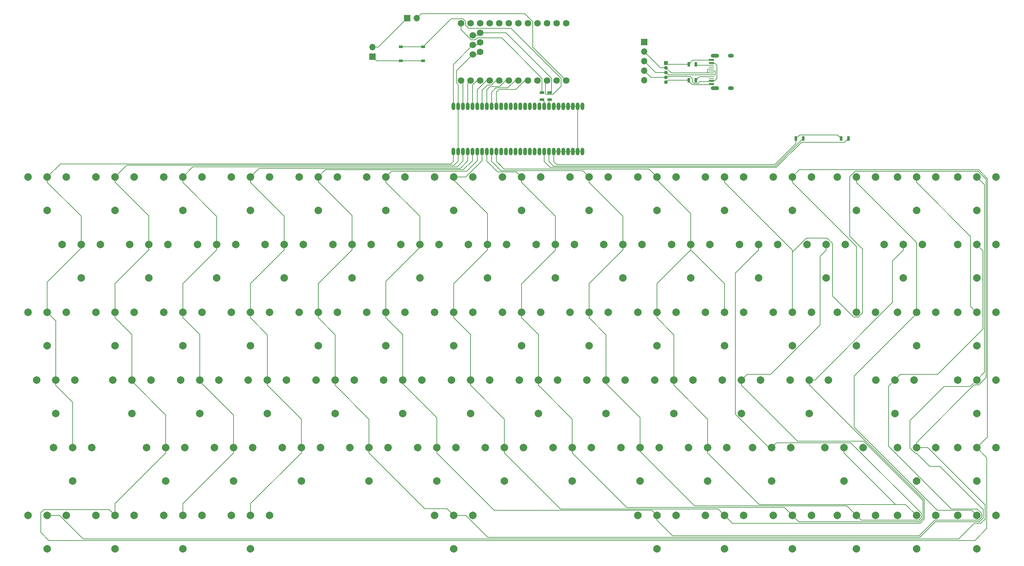
<source format=gbr>
%TF.GenerationSoftware,KiCad,Pcbnew,8.0.2*%
%TF.CreationDate,2024-05-05T23:04:00-07:00*%
%TF.ProjectId,g84_dropin,6738345f-6472-46f7-9069-6e2e6b696361,rev?*%
%TF.SameCoordinates,Original*%
%TF.FileFunction,Copper,L1,Top*%
%TF.FilePolarity,Positive*%
%FSLAX46Y46*%
G04 Gerber Fmt 4.6, Leading zero omitted, Abs format (unit mm)*
G04 Created by KiCad (PCBNEW 8.0.2) date 2024-05-05 23:04:00*
%MOMM*%
%LPD*%
G01*
G04 APERTURE LIST*
G04 Aperture macros list*
%AMRoundRect*
0 Rectangle with rounded corners*
0 $1 Rounding radius*
0 $2 $3 $4 $5 $6 $7 $8 $9 X,Y pos of 4 corners*
0 Add a 4 corners polygon primitive as box body*
4,1,4,$2,$3,$4,$5,$6,$7,$8,$9,$2,$3,0*
0 Add four circle primitives for the rounded corners*
1,1,$1+$1,$2,$3*
1,1,$1+$1,$4,$5*
1,1,$1+$1,$6,$7*
1,1,$1+$1,$8,$9*
0 Add four rect primitives between the rounded corners*
20,1,$1+$1,$2,$3,$4,$5,0*
20,1,$1+$1,$4,$5,$6,$7,0*
20,1,$1+$1,$6,$7,$8,$9,0*
20,1,$1+$1,$8,$9,$2,$3,0*%
G04 Aperture macros list end*
%TA.AperFunction,ComponentPad*%
%ADD10C,1.752600*%
%TD*%
%TA.AperFunction,ComponentPad*%
%ADD11O,1.000000X2.000000*%
%TD*%
%TA.AperFunction,ComponentPad*%
%ADD12R,1.700000X1.700000*%
%TD*%
%TA.AperFunction,ComponentPad*%
%ADD13O,1.700000X1.700000*%
%TD*%
%TA.AperFunction,SMDPad,CuDef*%
%ADD14R,1.450000X0.250000*%
%TD*%
%TA.AperFunction,SMDPad,CuDef*%
%ADD15R,1.450000X0.300000*%
%TD*%
%TA.AperFunction,ComponentPad*%
%ADD16RoundRect,0.500000X0.600000X-0.000010X0.600000X0.000010X-0.600000X0.000010X-0.600000X-0.000010X0*%
%TD*%
%TA.AperFunction,ComponentPad*%
%ADD17RoundRect,0.500000X0.300000X-0.000010X0.300000X0.000010X-0.300000X0.000010X-0.300000X-0.000010X0*%
%TD*%
%TA.AperFunction,SMDPad,CuDef*%
%ADD18R,0.700000X1.300000*%
%TD*%
%TA.AperFunction,ComponentPad*%
%ADD19C,2.000000*%
%TD*%
%TA.AperFunction,ComponentPad*%
%ADD20R,1.000000X1.000000*%
%TD*%
%TA.AperFunction,ComponentPad*%
%ADD21O,1.000000X1.000000*%
%TD*%
%TA.AperFunction,SMDPad,CuDef*%
%ADD22R,1.300000X0.700000*%
%TD*%
%TA.AperFunction,SMDPad,CuDef*%
%ADD23R,1.000000X0.750000*%
%TD*%
%TA.AperFunction,Conductor*%
%ADD24C,0.200000*%
%TD*%
G04 APERTURE END LIST*
D10*
%TO.P,U1,1,TX0/P0.06*%
%TO.N,R9*%
X200720000Y-61130000D03*
%TO.P,U1,2,RX1/P0.08*%
%TO.N,R8*%
X198180000Y-61130000D03*
%TO.P,U1,3,GND*%
%TO.N,GND*%
X195640000Y-61130000D03*
%TO.P,U1,4,GND*%
X193100000Y-61130000D03*
%TO.P,U1,5,P0.17*%
%TO.N,R7*%
X190560000Y-61130000D03*
%TO.P,U1,6,P0.20*%
%TO.N,R6*%
X188020000Y-61130000D03*
%TO.P,U1,7,P0.22*%
%TO.N,R5*%
X185480000Y-61130000D03*
%TO.P,U1,8,P0.24*%
%TO.N,R4*%
X182940000Y-61130000D03*
%TO.P,U1,9,P1.00*%
%TO.N,R3*%
X180400000Y-61130000D03*
%TO.P,U1,10,P0.11*%
%TO.N,R2*%
X177860000Y-61130000D03*
%TO.P,U1,11,P1.04*%
%TO.N,R1*%
X175320000Y-61130000D03*
%TO.P,U1,12,P1.06*%
%TO.N,NUM*%
X172780000Y-61130000D03*
%TO.P,U1,13,NFC1/P0.09*%
%TO.N,C3*%
X172780000Y-76370000D03*
%TO.P,U1,14,NFC2/P0.10*%
%TO.N,C4*%
X175320000Y-76370000D03*
%TO.P,U1,15,P1.11*%
%TO.N,C5*%
X177860000Y-76370000D03*
%TO.P,U1,16,P1.13*%
%TO.N,C6*%
X180400000Y-76370000D03*
%TO.P,U1,17,P1.15*%
%TO.N,C7*%
X182940000Y-76370000D03*
%TO.P,U1,18,AIN0/P0.02*%
%TO.N,C8*%
X185480000Y-76370000D03*
%TO.P,U1,19,AIN5/P0.29*%
%TO.N,C9*%
X188020000Y-76370000D03*
%TO.P,U1,20,AIN7/P0.31*%
%TO.N,C10*%
X190560000Y-76370000D03*
%TO.P,U1,21,VCC*%
%TO.N,unconnected-(U1-VCC-Pad21)*%
X193100000Y-76370000D03*
%TO.P,U1,22,RST*%
%TO.N,RST*%
X195640000Y-76370000D03*
%TO.P,U1,23,GND*%
%TO.N,GND*%
X198180000Y-76370000D03*
%TO.P,U1,24,BATIN/P0.04*%
%TO.N,+3.7V*%
X200720000Y-76370000D03*
%TO.P,U1,31,P1.01*%
%TO.N,CAPS*%
X177860000Y-63670000D03*
X175955000Y-64305000D03*
%TO.P,U1,32,P1.02*%
%TO.N,C1*%
X177860000Y-66210000D03*
X175955000Y-66845000D03*
%TO.P,U1,33,P1.07*%
%TO.N,C2*%
X177860000Y-68750000D03*
X175955000Y-69385000D03*
%TD*%
D11*
%TO.P,J4,1,Pin_1*%
%TO.N,C1*%
X170710000Y-83250000D03*
%TO.P,J4,2,Pin_2*%
%TO.N,C2*%
X171980000Y-83250000D03*
%TO.P,J4,3,Pin_3*%
%TO.N,C3*%
X173250000Y-83250000D03*
%TO.P,J4,4,Pin_4*%
%TO.N,C4*%
X174520000Y-83250000D03*
%TO.P,J4,5,Pin_5*%
%TO.N,C5*%
X175790000Y-83250000D03*
%TO.P,J4,6,Pin_6*%
%TO.N,C6*%
X177060000Y-83250000D03*
%TO.P,J4,7,Pin_7*%
%TO.N,C7*%
X178330000Y-83250000D03*
%TO.P,J4,8,Pin_8*%
%TO.N,C8*%
X179600000Y-83250000D03*
%TO.P,J4,9,Pin_9*%
%TO.N,C9*%
X180870000Y-83250000D03*
%TO.P,J4,10,Pin_10*%
%TO.N,C10*%
X182140000Y-83250000D03*
%TO.P,J4,11,Pin_11*%
%TO.N,R1*%
X183410000Y-83250000D03*
%TO.P,J4,12,Pin_12*%
%TO.N,R2*%
X184680000Y-83250000D03*
%TO.P,J4,13,Pin_13*%
%TO.N,R3*%
X185950000Y-83250000D03*
%TO.P,J4,14,Pin_14*%
%TO.N,R4*%
X187220000Y-83250000D03*
%TO.P,J4,15,Pin_15*%
%TO.N,R5*%
X188490000Y-83250000D03*
%TO.P,J4,16,Pin_16*%
%TO.N,R6*%
X189760000Y-83250000D03*
%TO.P,J4,17,Pin_17*%
%TO.N,R7*%
X191030000Y-83250000D03*
%TO.P,J4,18,Pin_18*%
%TO.N,R8*%
X192300000Y-83250000D03*
%TO.P,J4,19,Pin_19*%
%TO.N,R9*%
X193570000Y-83250000D03*
%TO.P,J4,20,Pin_20*%
%TO.N,Net-(J4-Pin_20)*%
X194840000Y-83250000D03*
%TO.P,J4,21,Pin_21*%
%TO.N,Net-(J4-Pin_21)*%
X196110000Y-83250000D03*
%TO.P,J4,22,Pin_22*%
%TO.N,GND*%
X197380000Y-83250000D03*
%TO.P,J4,23,Pin_23*%
X198650000Y-83250000D03*
%TO.P,J4,24,Pin_24*%
X199920000Y-83250000D03*
%TO.P,J4,25,Pin_25*%
X201190000Y-83250000D03*
%TO.P,J4,26,Pin_26*%
X202460000Y-83250000D03*
%TO.P,J4,27,Pin_27*%
X203730000Y-83250000D03*
%TO.P,J4,28,Pin_28*%
X205000000Y-83250000D03*
%TD*%
%TO.P,J5,28,Pin_28*%
%TO.N,GND*%
X205040000Y-95250000D03*
%TO.P,J5,27,Pin_27*%
X203770000Y-95250000D03*
%TO.P,J5,26,Pin_26*%
X202500000Y-95250000D03*
%TO.P,J5,25,Pin_25*%
X201230000Y-95250000D03*
%TO.P,J5,24,Pin_24*%
X199960000Y-95250000D03*
%TO.P,J5,23,Pin_23*%
X198690000Y-95250000D03*
%TO.P,J5,22,Pin_22*%
X197420000Y-95250000D03*
%TO.P,J5,21,Pin_21*%
%TO.N,Net-(J5-Pin_21)*%
X196150000Y-95250000D03*
%TO.P,J5,20,Pin_20*%
%TO.N,Net-(J5-Pin_20)*%
X194880000Y-95250000D03*
%TO.P,J5,19,Pin_19*%
%TO.N,R9*%
X193610000Y-95250000D03*
%TO.P,J5,18,Pin_18*%
%TO.N,R8*%
X192340000Y-95250000D03*
%TO.P,J5,17,Pin_17*%
%TO.N,R7*%
X191070000Y-95250000D03*
%TO.P,J5,16,Pin_16*%
%TO.N,R6*%
X189800000Y-95250000D03*
%TO.P,J5,15,Pin_15*%
%TO.N,R5*%
X188530000Y-95250000D03*
%TO.P,J5,14,Pin_14*%
%TO.N,R4*%
X187260000Y-95250000D03*
%TO.P,J5,13,Pin_13*%
%TO.N,R3*%
X185990000Y-95250000D03*
%TO.P,J5,12,Pin_12*%
%TO.N,R2*%
X184720000Y-95250000D03*
%TO.P,J5,11,Pin_11*%
%TO.N,R1*%
X183450000Y-95250000D03*
%TO.P,J5,10,Pin_10*%
%TO.N,C10*%
X182180000Y-95250000D03*
%TO.P,J5,9,Pin_9*%
%TO.N,C9*%
X180910000Y-95250000D03*
%TO.P,J5,8,Pin_8*%
%TO.N,C8*%
X179640000Y-95250000D03*
%TO.P,J5,7,Pin_7*%
%TO.N,C7*%
X178370000Y-95250000D03*
%TO.P,J5,6,Pin_6*%
%TO.N,C6*%
X177100000Y-95250000D03*
%TO.P,J5,5,Pin_5*%
%TO.N,C5*%
X175830000Y-95250000D03*
%TO.P,J5,4,Pin_4*%
%TO.N,C4*%
X174560000Y-95250000D03*
%TO.P,J5,3,Pin_3*%
%TO.N,C3*%
X173290000Y-95250000D03*
%TO.P,J5,2,Pin_2*%
%TO.N,C2*%
X172020000Y-95250000D03*
%TO.P,J5,1,Pin_1*%
%TO.N,C1*%
X170750000Y-95250000D03*
%TD*%
D12*
%TO.P,J7,1,Pin_1*%
%TO.N,Net-(J1-Pin_2)*%
X158500000Y-59750000D03*
D13*
%TO.P,J7,2,Pin_2*%
%TO.N,+3.7V*%
X161040000Y-59750000D03*
%TD*%
D14*
%TO.P,J6,A1,GND*%
%TO.N,GND*%
X239360000Y-77455000D03*
%TO.P,J6,A4,VBUS*%
%TO.N,VBUS*%
X239360000Y-76655000D03*
%TO.P,J6,A5,CC1*%
%TO.N,Net-(J6-CC1)*%
X239360000Y-75330000D03*
%TO.P,J6,A6,D+*%
%TO.N,D+*%
X239360000Y-74330000D03*
%TO.P,J6,A7,D-*%
%TO.N,D-*%
X239360000Y-73830000D03*
%TO.P,J6,A8*%
%TO.N,N/C*%
X239360000Y-72830000D03*
%TO.P,J6,A9,VBUS*%
%TO.N,VBUS*%
X239360000Y-71505000D03*
%TO.P,J6,A12,GND*%
%TO.N,GND*%
X239360000Y-70705000D03*
D15*
%TO.P,J6,B1,GND*%
X239360000Y-70980000D03*
%TO.P,J6,B4,VBUS*%
%TO.N,VBUS*%
X239360000Y-71780000D03*
D14*
%TO.P,J6,B5,CC2*%
%TO.N,Net-(J6-CC2)*%
X239360000Y-72330000D03*
%TO.P,J6,B6,D+*%
%TO.N,D+*%
X239360000Y-73330000D03*
%TO.P,J6,B7,D-*%
%TO.N,D-*%
X239360000Y-74830000D03*
%TO.P,J6,B8*%
%TO.N,N/C*%
X239360000Y-75830000D03*
D15*
%TO.P,J6,B9,VBUS*%
%TO.N,VBUS*%
X239360000Y-76380000D03*
%TO.P,J6,B12,GND*%
%TO.N,GND*%
X239360000Y-77180000D03*
D16*
%TO.P,J6,S1,SHIELD*%
%TO.N,unconnected-(J6-SHIELD-PadS1)_0*%
X240280000Y-69760000D03*
D17*
%TO.N,unconnected-(J6-SHIELD-PadS1)_2*%
X244460000Y-78400000D03*
D16*
%TO.N,unconnected-(J6-SHIELD-PadS1)_1*%
X240280000Y-78400000D03*
D17*
%TO.N,unconnected-(J6-SHIELD-PadS1)*%
X244460000Y-69760000D03*
%TD*%
D18*
%TO.P,R4,2*%
%TO.N,GND*%
X233300000Y-72000000D03*
%TO.P,R4,1*%
%TO.N,Net-(J6-CC2)*%
X235200000Y-72000000D03*
%TD*%
%TO.P,R3,2*%
%TO.N,GND*%
X233300000Y-76250000D03*
%TO.P,R3,1*%
%TO.N,Net-(J6-CC1)*%
X235200000Y-76250000D03*
%TD*%
D19*
%TO.P,SW38,1*%
%TO.N,C8*%
X193330000Y-156000000D03*
%TO.P,SW38,2*%
%TO.N,Net-(D38-A)*%
X193330000Y-164890000D03*
%TO.P,SW38,3*%
%TO.N,unconnected-(SW38-Pad3)*%
X188250000Y-156000000D03*
%TO.P,SW38,4*%
%TO.N,unconnected-(SW38-Pad4)*%
X198410000Y-156000000D03*
%TD*%
%TO.P,SW71,1*%
%TO.N,C1*%
X260830000Y-138000000D03*
%TO.P,SW71,2*%
%TO.N,Net-(D71-A)*%
X260830000Y-146890000D03*
%TO.P,SW71,3*%
%TO.N,unconnected-(SW71-Pad3)*%
X255750000Y-138000000D03*
%TO.P,SW71,4*%
%TO.N,unconnected-(SW71-Pad4)*%
X265910000Y-138000000D03*
%TD*%
%TO.P,SW34,1*%
%TO.N,C4*%
X121330000Y-156000000D03*
%TO.P,SW34,2*%
%TO.N,Net-(D34-A)*%
X121330000Y-164890000D03*
%TO.P,SW34,3*%
%TO.N,unconnected-(SW34-Pad3)*%
X116250000Y-156000000D03*
%TO.P,SW34,4*%
%TO.N,unconnected-(SW34-Pad4)*%
X126410000Y-156000000D03*
%TD*%
%TO.P,SW66,1*%
%TO.N,C6*%
X309830000Y-120000000D03*
%TO.P,SW66,2*%
%TO.N,Net-(D66-A)*%
X309830000Y-128890000D03*
%TO.P,SW66,3*%
%TO.N,unconnected-(SW66-Pad3)*%
X304750000Y-120000000D03*
%TO.P,SW66,4*%
%TO.N,unconnected-(SW66-Pad4)*%
X314910000Y-120000000D03*
%TD*%
%TO.P,SW2,1*%
%TO.N,C2*%
X80830000Y-102000000D03*
%TO.P,SW2,2*%
%TO.N,Net-(D2-A)*%
X80830000Y-110890000D03*
%TO.P,SW2,3*%
%TO.N,unconnected-(SW2-Pad3)*%
X75750000Y-102000000D03*
%TO.P,SW2,4*%
%TO.N,unconnected-(SW2-Pad4)*%
X85910000Y-102000000D03*
%TD*%
%TO.P,SW20,1*%
%TO.N,C10*%
X233830000Y-120000000D03*
%TO.P,SW20,2*%
%TO.N,Net-(D20-A)*%
X233830000Y-128890000D03*
%TO.P,SW20,3*%
%TO.N,unconnected-(SW20-Pad3)*%
X228750000Y-120000000D03*
%TO.P,SW20,4*%
%TO.N,unconnected-(SW20-Pad4)*%
X238910000Y-120000000D03*
%TD*%
%TO.P,SW74,1*%
%TO.N,C4*%
X309830000Y-138000000D03*
%TO.P,SW74,2*%
%TO.N,Net-(D74-A)*%
X309830000Y-146890000D03*
%TO.P,SW74,3*%
%TO.N,unconnected-(SW74-Pad3)*%
X304750000Y-138000000D03*
%TO.P,SW74,4*%
%TO.N,unconnected-(SW74-Pad4)*%
X314910000Y-138000000D03*
%TD*%
%TO.P,SW48,1*%
%TO.N,C8*%
X202330000Y-174000000D03*
%TO.P,SW48,2*%
%TO.N,Net-(D48-A)*%
X202330000Y-182890000D03*
%TO.P,SW48,3*%
%TO.N,unconnected-(SW48-Pad3)*%
X197250000Y-174000000D03*
%TO.P,SW48,4*%
%TO.N,unconnected-(SW48-Pad4)*%
X207410000Y-174000000D03*
%TD*%
%TO.P,SW10,1*%
%TO.N,C10*%
X224830000Y-102000000D03*
%TO.P,SW10,2*%
%TO.N,Net-(D10-A)*%
X224830000Y-110890000D03*
%TO.P,SW10,3*%
%TO.N,unconnected-(SW10-Pad3)*%
X219750000Y-102000000D03*
%TO.P,SW10,4*%
%TO.N,unconnected-(SW10-Pad4)*%
X229910000Y-102000000D03*
%TD*%
%TO.P,SW25,1*%
%TO.N,C5*%
X134830000Y-138000000D03*
%TO.P,SW25,2*%
%TO.N,Net-(D25-A)*%
X134830000Y-146890000D03*
%TO.P,SW25,3*%
%TO.N,unconnected-(SW25-Pad3)*%
X129750000Y-138000000D03*
%TO.P,SW25,4*%
%TO.N,unconnected-(SW25-Pad4)*%
X139910000Y-138000000D03*
%TD*%
%TO.P,SW50,1*%
%TO.N,C10*%
X238330000Y-174000000D03*
%TO.P,SW50,2*%
%TO.N,Net-(D50-A)*%
X238330000Y-182890000D03*
%TO.P,SW50,3*%
%TO.N,unconnected-(SW50-Pad3)*%
X233250000Y-174000000D03*
%TO.P,SW50,4*%
%TO.N,unconnected-(SW50-Pad4)*%
X243410000Y-174000000D03*
%TD*%
%TO.P,SW82,1*%
%TO.N,C2*%
X309830000Y-174000000D03*
%TO.P,SW82,2*%
%TO.N,Net-(D82-A)*%
X309830000Y-182890000D03*
%TO.P,SW82,3*%
%TO.N,unconnected-(SW82-Pad3)*%
X304750000Y-174000000D03*
%TO.P,SW82,4*%
%TO.N,unconnected-(SW82-Pad4)*%
X314910000Y-174000000D03*
%TD*%
%TO.P,SW26,1*%
%TO.N,C6*%
X152830000Y-138000000D03*
%TO.P,SW26,2*%
%TO.N,Net-(D26-A)*%
X152830000Y-146890000D03*
%TO.P,SW26,3*%
%TO.N,unconnected-(SW26-Pad3)*%
X147750000Y-138000000D03*
%TO.P,SW26,4*%
%TO.N,unconnected-(SW26-Pad4)*%
X157910000Y-138000000D03*
%TD*%
%TO.P,SW15,1*%
%TO.N,C5*%
X143830000Y-120000000D03*
%TO.P,SW15,2*%
%TO.N,Net-(D15-A)*%
X143830000Y-128890000D03*
%TO.P,SW15,3*%
%TO.N,unconnected-(SW15-Pad3)*%
X138750000Y-120000000D03*
%TO.P,SW15,4*%
%TO.N,unconnected-(SW15-Pad4)*%
X148910000Y-120000000D03*
%TD*%
%TO.P,SW9,1*%
%TO.N,C9*%
X206830000Y-102000000D03*
%TO.P,SW9,2*%
%TO.N,Net-(D9-A)*%
X206830000Y-110890000D03*
%TO.P,SW9,3*%
%TO.N,unconnected-(SW9-Pad3)*%
X201750000Y-102000000D03*
%TO.P,SW9,4*%
%TO.N,unconnected-(SW9-Pad4)*%
X211910000Y-102000000D03*
%TD*%
%TO.P,SW81,1*%
%TO.N,C1*%
X293830000Y-174000000D03*
%TO.P,SW81,2*%
%TO.N,Net-(D81-A)*%
X293830000Y-182890000D03*
%TO.P,SW81,3*%
%TO.N,unconnected-(SW81-Pad3)*%
X288750000Y-174000000D03*
%TO.P,SW81,4*%
%TO.N,unconnected-(SW81-Pad4)*%
X298910000Y-174000000D03*
%TD*%
%TO.P,SW52,1*%
%TO.N,C2*%
X80830000Y-192000000D03*
%TO.P,SW52,2*%
%TO.N,Net-(D52-A)*%
X80830000Y-200890000D03*
%TO.P,SW52,3*%
%TO.N,unconnected-(SW52-Pad3)*%
X75750000Y-192000000D03*
%TO.P,SW52,4*%
%TO.N,unconnected-(SW52-Pad4)*%
X85910000Y-192000000D03*
%TD*%
%TO.P,SW3,1*%
%TO.N,C3*%
X98830000Y-102000000D03*
%TO.P,SW3,2*%
%TO.N,Net-(D3-A)*%
X98830000Y-110890000D03*
%TO.P,SW3,3*%
%TO.N,unconnected-(SW3-Pad3)*%
X93750000Y-102000000D03*
%TO.P,SW3,4*%
%TO.N,unconnected-(SW3-Pad4)*%
X103910000Y-102000000D03*
%TD*%
%TO.P,SW32,1*%
%TO.N,C2*%
X85330000Y-156000000D03*
%TO.P,SW32,2*%
%TO.N,Net-(D32-A)*%
X85330000Y-164890000D03*
%TO.P,SW32,3*%
%TO.N,unconnected-(SW32-Pad3)*%
X80250000Y-156000000D03*
%TO.P,SW32,4*%
%TO.N,unconnected-(SW32-Pad4)*%
X90410000Y-156000000D03*
%TD*%
%TO.P,SW36,1*%
%TO.N,C6*%
X157330000Y-156000000D03*
%TO.P,SW36,2*%
%TO.N,Net-(D36-A)*%
X157330000Y-164890000D03*
%TO.P,SW36,3*%
%TO.N,unconnected-(SW36-Pad3)*%
X152250000Y-156000000D03*
%TO.P,SW36,4*%
%TO.N,unconnected-(SW36-Pad4)*%
X162410000Y-156000000D03*
%TD*%
%TO.P,SW80,1*%
%TO.N,C10*%
X274580000Y-174000000D03*
%TO.P,SW80,2*%
%TO.N,Net-(D80-A)*%
X274580000Y-182890000D03*
%TO.P,SW80,3*%
%TO.N,unconnected-(SW80-Pad3)*%
X269500000Y-174000000D03*
%TO.P,SW80,4*%
%TO.N,unconnected-(SW80-Pad4)*%
X279660000Y-174000000D03*
%TD*%
%TO.P,SW68,1*%
%TO.N,C8*%
X269830000Y-120000000D03*
%TO.P,SW68,2*%
%TO.N,Net-(D68-A)*%
X269830000Y-128890000D03*
%TO.P,SW68,3*%
%TO.N,unconnected-(SW68-Pad3)*%
X264750000Y-120000000D03*
%TO.P,SW68,4*%
%TO.N,unconnected-(SW68-Pad4)*%
X274910000Y-120000000D03*
%TD*%
%TO.P,SW69,1*%
%TO.N,C9*%
X251830000Y-120000000D03*
%TO.P,SW69,2*%
%TO.N,Net-(D69-A)*%
X251830000Y-128890000D03*
%TO.P,SW69,3*%
%TO.N,unconnected-(SW69-Pad3)*%
X246750000Y-120000000D03*
%TO.P,SW69,4*%
%TO.N,unconnected-(SW69-Pad4)*%
X256910000Y-120000000D03*
%TD*%
%TO.P,SW40,1*%
%TO.N,C10*%
X229330000Y-156000000D03*
%TO.P,SW40,2*%
%TO.N,Net-(D40-A)*%
X229330000Y-164890000D03*
%TO.P,SW40,3*%
%TO.N,unconnected-(SW40-Pad3)*%
X224250000Y-156000000D03*
%TO.P,SW40,4*%
%TO.N,unconnected-(SW40-Pad4)*%
X234410000Y-156000000D03*
%TD*%
%TO.P,SW79,1*%
%TO.N,C9*%
X255330000Y-174000000D03*
%TO.P,SW79,2*%
%TO.N,Net-(D79-A)*%
X255330000Y-182890000D03*
%TO.P,SW79,3*%
%TO.N,unconnected-(SW79-Pad3)*%
X250250000Y-174000000D03*
%TO.P,SW79,4*%
%TO.N,unconnected-(SW79-Pad4)*%
X260410000Y-174000000D03*
%TD*%
%TO.P,SW23,1*%
%TO.N,C3*%
X98830000Y-138000000D03*
%TO.P,SW23,2*%
%TO.N,Net-(D23-A)*%
X98830000Y-146890000D03*
%TO.P,SW23,3*%
%TO.N,unconnected-(SW23-Pad3)*%
X93750000Y-138000000D03*
%TO.P,SW23,4*%
%TO.N,unconnected-(SW23-Pad4)*%
X103910000Y-138000000D03*
%TD*%
D18*
%TO.P,LED1,2,A*%
%TO.N,Net-(J5-Pin_21)*%
X263700000Y-91750000D03*
%TO.P,LED1,1,K*%
%TO.N,GND*%
X261800000Y-91750000D03*
%TD*%
D19*
%TO.P,SW60,1*%
%TO.N,C10*%
X293830000Y-192000000D03*
%TO.P,SW60,2*%
%TO.N,Net-(D60-A)*%
X293830000Y-200890000D03*
%TO.P,SW60,3*%
%TO.N,unconnected-(SW60-Pad3)*%
X288750000Y-192000000D03*
%TO.P,SW60,4*%
%TO.N,unconnected-(SW60-Pad4)*%
X298910000Y-192000000D03*
%TD*%
%TO.P,SW22,1*%
%TO.N,C2*%
X80830000Y-138000000D03*
%TO.P,SW22,2*%
%TO.N,Net-(D22-A)*%
X80830000Y-146890000D03*
%TO.P,SW22,3*%
%TO.N,unconnected-(SW22-Pad3)*%
X75750000Y-138000000D03*
%TO.P,SW22,4*%
%TO.N,unconnected-(SW22-Pad4)*%
X85910000Y-138000000D03*
%TD*%
%TO.P,SW1,1*%
%TO.N,C1*%
X62830000Y-102000000D03*
%TO.P,SW1,2*%
%TO.N,Net-(D1-A)*%
X62830000Y-110890000D03*
%TO.P,SW1,3*%
%TO.N,unconnected-(SW1-Pad3)*%
X57750000Y-102000000D03*
%TO.P,SW1,4*%
%TO.N,unconnected-(SW1-Pad4)*%
X67910000Y-102000000D03*
%TD*%
%TO.P,SW55,1*%
%TO.N,C5*%
X170830000Y-192000000D03*
%TO.P,SW55,2*%
%TO.N,Net-(D55-A)*%
X170830000Y-200890000D03*
%TO.P,SW55,3*%
%TO.N,unconnected-(SW55-Pad3)*%
X165750000Y-192000000D03*
%TO.P,SW55,4*%
%TO.N,unconnected-(SW55-Pad4)*%
X175910000Y-192000000D03*
%TD*%
%TO.P,SW21,1*%
%TO.N,C1*%
X62830000Y-138000000D03*
%TO.P,SW21,2*%
%TO.N,Net-(D21-A)*%
X62830000Y-146890000D03*
%TO.P,SW21,3*%
%TO.N,unconnected-(SW21-Pad3)*%
X57750000Y-138000000D03*
%TO.P,SW21,4*%
%TO.N,unconnected-(SW21-Pad4)*%
X67910000Y-138000000D03*
%TD*%
%TO.P,SW6,1*%
%TO.N,C6*%
X152830000Y-102000000D03*
%TO.P,SW6,2*%
%TO.N,Net-(D6-A)*%
X152830000Y-110890000D03*
%TO.P,SW6,3*%
%TO.N,unconnected-(SW6-Pad3)*%
X147750000Y-102000000D03*
%TO.P,SW6,4*%
%TO.N,unconnected-(SW6-Pad4)*%
X157910000Y-102000000D03*
%TD*%
%TO.P,SW54,1*%
%TO.N,C4*%
X116830000Y-192000000D03*
%TO.P,SW54,2*%
%TO.N,Net-(D54-A)*%
X116830000Y-200890000D03*
%TO.P,SW54,3*%
%TO.N,unconnected-(SW54-Pad3)*%
X111750000Y-192000000D03*
%TO.P,SW54,4*%
%TO.N,unconnected-(SW54-Pad4)*%
X121910000Y-192000000D03*
%TD*%
%TO.P,SW63,1*%
%TO.N,C3*%
X277830000Y-102000000D03*
%TO.P,SW63,2*%
%TO.N,Net-(D63-A)*%
X277830000Y-110890000D03*
%TO.P,SW63,3*%
%TO.N,unconnected-(SW63-Pad3)*%
X272750000Y-102000000D03*
%TO.P,SW63,4*%
%TO.N,unconnected-(SW63-Pad4)*%
X282910000Y-102000000D03*
%TD*%
%TO.P,SW39,1*%
%TO.N,C9*%
X211330000Y-156000000D03*
%TO.P,SW39,2*%
%TO.N,Net-(D39-A)*%
X211330000Y-164890000D03*
%TO.P,SW39,3*%
%TO.N,unconnected-(SW39-Pad3)*%
X206250000Y-156000000D03*
%TO.P,SW39,4*%
%TO.N,unconnected-(SW39-Pad4)*%
X216410000Y-156000000D03*
%TD*%
%TO.P,SW4,1*%
%TO.N,C4*%
X116830000Y-102000000D03*
%TO.P,SW4,2*%
%TO.N,Net-(D4-A)*%
X116830000Y-110890000D03*
%TO.P,SW4,3*%
%TO.N,unconnected-(SW4-Pad3)*%
X111750000Y-102000000D03*
%TO.P,SW4,4*%
%TO.N,unconnected-(SW4-Pad4)*%
X121910000Y-102000000D03*
%TD*%
%TO.P,SW8,1*%
%TO.N,C8*%
X188830000Y-102000000D03*
%TO.P,SW8,2*%
%TO.N,Net-(D8-A)*%
X188830000Y-110890000D03*
%TO.P,SW8,3*%
%TO.N,unconnected-(SW8-Pad3)*%
X183750000Y-102000000D03*
%TO.P,SW8,4*%
%TO.N,unconnected-(SW8-Pad4)*%
X193910000Y-102000000D03*
%TD*%
%TO.P,SW7,1*%
%TO.N,C7*%
X170830000Y-102000000D03*
%TO.P,SW7,2*%
%TO.N,Net-(D7-A)*%
X170830000Y-110890000D03*
%TO.P,SW7,3*%
%TO.N,unconnected-(SW7-Pad3)*%
X165750000Y-102000000D03*
%TO.P,SW7,4*%
%TO.N,unconnected-(SW7-Pad4)*%
X175910000Y-102000000D03*
%TD*%
%TO.P,SW37,1*%
%TO.N,C7*%
X175330000Y-156000000D03*
%TO.P,SW37,2*%
%TO.N,Net-(D37-A)*%
X175330000Y-164890000D03*
%TO.P,SW37,3*%
%TO.N,unconnected-(SW37-Pad3)*%
X170250000Y-156000000D03*
%TO.P,SW37,4*%
%TO.N,unconnected-(SW37-Pad4)*%
X180410000Y-156000000D03*
%TD*%
%TO.P,SW45,1*%
%TO.N,C5*%
X148330000Y-174000000D03*
%TO.P,SW45,2*%
%TO.N,Net-(D45-A)*%
X148330000Y-182890000D03*
%TO.P,SW45,3*%
%TO.N,unconnected-(SW45-Pad3)*%
X143250000Y-174000000D03*
%TO.P,SW45,4*%
%TO.N,unconnected-(SW45-Pad4)*%
X153410000Y-174000000D03*
%TD*%
%TO.P,SW12,1*%
%TO.N,C2*%
X89830000Y-120000000D03*
%TO.P,SW12,2*%
%TO.N,Net-(D12-A)*%
X89830000Y-128890000D03*
%TO.P,SW12,3*%
%TO.N,unconnected-(SW12-Pad3)*%
X84750000Y-120000000D03*
%TO.P,SW12,4*%
%TO.N,unconnected-(SW12-Pad4)*%
X94910000Y-120000000D03*
%TD*%
%TO.P,SW51,1*%
%TO.N,C1*%
X62830000Y-192000000D03*
%TO.P,SW51,2*%
%TO.N,Net-(D51-A)*%
X62830000Y-200890000D03*
%TO.P,SW51,3*%
%TO.N,unconnected-(SW51-Pad3)*%
X57750000Y-192000000D03*
%TO.P,SW51,4*%
%TO.N,unconnected-(SW51-Pad4)*%
X67910000Y-192000000D03*
%TD*%
%TO.P,SW77,1*%
%TO.N,C7*%
X265330000Y-156000000D03*
%TO.P,SW77,2*%
%TO.N,Net-(D77-A)*%
X265330000Y-164890000D03*
%TO.P,SW77,3*%
%TO.N,unconnected-(SW77-Pad3)*%
X260250000Y-156000000D03*
%TO.P,SW77,4*%
%TO.N,unconnected-(SW77-Pad4)*%
X270410000Y-156000000D03*
%TD*%
%TO.P,SW78,1*%
%TO.N,C8*%
X247330000Y-156000000D03*
%TO.P,SW78,2*%
%TO.N,Net-(D78-A)*%
X247330000Y-164890000D03*
%TO.P,SW78,3*%
%TO.N,unconnected-(SW78-Pad3)*%
X242250000Y-156000000D03*
%TO.P,SW78,4*%
%TO.N,unconnected-(SW78-Pad4)*%
X252410000Y-156000000D03*
%TD*%
%TO.P,SW76,1*%
%TO.N,C6*%
X288080000Y-156000000D03*
%TO.P,SW76,2*%
%TO.N,Net-(D76-A)*%
X288080000Y-164890000D03*
%TO.P,SW76,3*%
%TO.N,unconnected-(SW76-Pad3)*%
X283000000Y-156000000D03*
%TO.P,SW76,4*%
%TO.N,unconnected-(SW76-Pad4)*%
X293160000Y-156000000D03*
%TD*%
%TO.P,SW70,1*%
%TO.N,C10*%
X242830000Y-138000000D03*
%TO.P,SW70,2*%
%TO.N,Net-(D70-A)*%
X242830000Y-146890000D03*
%TO.P,SW70,3*%
%TO.N,unconnected-(SW70-Pad3)*%
X237750000Y-138000000D03*
%TO.P,SW70,4*%
%TO.N,unconnected-(SW70-Pad4)*%
X247910000Y-138000000D03*
%TD*%
%TO.P,SW14,1*%
%TO.N,C4*%
X125830000Y-120000000D03*
%TO.P,SW14,2*%
%TO.N,Net-(D14-A)*%
X125830000Y-128890000D03*
%TO.P,SW14,3*%
%TO.N,unconnected-(SW14-Pad3)*%
X120750000Y-120000000D03*
%TO.P,SW14,4*%
%TO.N,unconnected-(SW14-Pad4)*%
X130910000Y-120000000D03*
%TD*%
%TO.P,SW35,1*%
%TO.N,C5*%
X139330000Y-156000000D03*
%TO.P,SW35,2*%
%TO.N,Net-(D35-A)*%
X139330000Y-164890000D03*
%TO.P,SW35,3*%
%TO.N,unconnected-(SW35-Pad3)*%
X134250000Y-156000000D03*
%TO.P,SW35,4*%
%TO.N,unconnected-(SW35-Pad4)*%
X144410000Y-156000000D03*
%TD*%
%TO.P,SW18,1*%
%TO.N,C8*%
X197830000Y-120000000D03*
%TO.P,SW18,2*%
%TO.N,Net-(D18-A)*%
X197830000Y-128890000D03*
%TO.P,SW18,3*%
%TO.N,unconnected-(SW18-Pad3)*%
X192750000Y-120000000D03*
%TO.P,SW18,4*%
%TO.N,unconnected-(SW18-Pad4)*%
X202910000Y-120000000D03*
%TD*%
D18*
%TO.P,LED2,1,K*%
%TO.N,GND*%
X273800000Y-91750000D03*
%TO.P,LED2,2,A*%
%TO.N,Net-(J5-Pin_20)*%
X275700000Y-91750000D03*
%TD*%
D19*
%TO.P,SW29,1*%
%TO.N,C9*%
X206830000Y-138000000D03*
%TO.P,SW29,2*%
%TO.N,Net-(D29-A)*%
X206830000Y-146890000D03*
%TO.P,SW29,3*%
%TO.N,unconnected-(SW29-Pad3)*%
X201750000Y-138000000D03*
%TO.P,SW29,4*%
%TO.N,unconnected-(SW29-Pad4)*%
X211910000Y-138000000D03*
%TD*%
%TO.P,SW65,1*%
%TO.N,C5*%
X309830000Y-102000000D03*
%TO.P,SW65,2*%
%TO.N,Net-(D65-A)*%
X309830000Y-110890000D03*
%TO.P,SW65,3*%
%TO.N,unconnected-(SW65-Pad3)*%
X304750000Y-102000000D03*
%TO.P,SW65,4*%
%TO.N,unconnected-(SW65-Pad4)*%
X314910000Y-102000000D03*
%TD*%
%TO.P,SW16,1*%
%TO.N,C6*%
X161830000Y-120000000D03*
%TO.P,SW16,2*%
%TO.N,Net-(D16-A)*%
X161830000Y-128890000D03*
%TO.P,SW16,3*%
%TO.N,unconnected-(SW16-Pad3)*%
X156750000Y-120000000D03*
%TO.P,SW16,4*%
%TO.N,unconnected-(SW16-Pad4)*%
X166910000Y-120000000D03*
%TD*%
D12*
%TO.P,J3,1,Pin_1*%
%TO.N,GND*%
X221500000Y-66130000D03*
D13*
%TO.P,J3,2,Pin_2*%
%TO.N,D+*%
X221500000Y-68670000D03*
%TO.P,J3,3,Pin_3*%
%TO.N,D-*%
X221500000Y-71210000D03*
%TO.P,J3,4,Pin_4*%
%TO.N,VBUS*%
X221500000Y-73750000D03*
%TO.P,J3,5,Pin_5*%
%TO.N,GND*%
X221500000Y-76290000D03*
%TD*%
D19*
%TO.P,SW41,1*%
%TO.N,C1*%
X69580000Y-174000000D03*
%TO.P,SW41,2*%
%TO.N,Net-(D41-A)*%
X69580000Y-182890000D03*
%TO.P,SW41,3*%
%TO.N,unconnected-(SW41-Pad3)*%
X64500000Y-174000000D03*
%TO.P,SW41,4*%
%TO.N,unconnected-(SW41-Pad4)*%
X74660000Y-174000000D03*
%TD*%
%TO.P,SW53,1*%
%TO.N,C3*%
X98830000Y-192000000D03*
%TO.P,SW53,2*%
%TO.N,Net-(D53-A)*%
X98830000Y-200890000D03*
%TO.P,SW53,3*%
%TO.N,unconnected-(SW53-Pad3)*%
X93750000Y-192000000D03*
%TO.P,SW53,4*%
%TO.N,unconnected-(SW53-Pad4)*%
X103910000Y-192000000D03*
%TD*%
%TO.P,SW72,1*%
%TO.N,C2*%
X277830000Y-138000000D03*
%TO.P,SW72,2*%
%TO.N,Net-(D72-A)*%
X277830000Y-146890000D03*
%TO.P,SW72,3*%
%TO.N,unconnected-(SW72-Pad3)*%
X272750000Y-138000000D03*
%TO.P,SW72,4*%
%TO.N,unconnected-(SW72-Pad4)*%
X282910000Y-138000000D03*
%TD*%
%TO.P,SW47,1*%
%TO.N,C7*%
X184330000Y-174000000D03*
%TO.P,SW47,2*%
%TO.N,Net-(D47-A)*%
X184330000Y-182890000D03*
%TO.P,SW47,3*%
%TO.N,unconnected-(SW47-Pad3)*%
X179250000Y-174000000D03*
%TO.P,SW47,4*%
%TO.N,unconnected-(SW47-Pad4)*%
X189410000Y-174000000D03*
%TD*%
%TO.P,SW75,1*%
%TO.N,C5*%
X309830000Y-156000000D03*
%TO.P,SW75,2*%
%TO.N,Net-(D75-A)*%
X309830000Y-164890000D03*
%TO.P,SW75,3*%
%TO.N,unconnected-(SW75-Pad3)*%
X304750000Y-156000000D03*
%TO.P,SW75,4*%
%TO.N,unconnected-(SW75-Pad4)*%
X314910000Y-156000000D03*
%TD*%
%TO.P,SW83,1*%
%TO.N,C3*%
X309830000Y-192000000D03*
%TO.P,SW83,2*%
%TO.N,Net-(D83-A)*%
X309830000Y-200890000D03*
%TO.P,SW83,3*%
%TO.N,unconnected-(SW83-Pad3)*%
X304750000Y-192000000D03*
%TO.P,SW83,4*%
%TO.N,unconnected-(SW83-Pad4)*%
X314910000Y-192000000D03*
%TD*%
%TO.P,SW31,1*%
%TO.N,C1*%
X65080000Y-156000000D03*
%TO.P,SW31,2*%
%TO.N,Net-(D31-A)*%
X65080000Y-164890000D03*
%TO.P,SW31,3*%
%TO.N,unconnected-(SW31-Pad3)*%
X60000000Y-156000000D03*
%TO.P,SW31,4*%
%TO.N,unconnected-(SW31-Pad4)*%
X70160000Y-156000000D03*
%TD*%
%TO.P,SW43,1*%
%TO.N,C3*%
X112330000Y-174000000D03*
%TO.P,SW43,2*%
%TO.N,Net-(D43-A)*%
X112330000Y-182890000D03*
%TO.P,SW43,3*%
%TO.N,unconnected-(SW43-Pad3)*%
X107250000Y-174000000D03*
%TO.P,SW43,4*%
%TO.N,unconnected-(SW43-Pad4)*%
X117410000Y-174000000D03*
%TD*%
D20*
%TO.P,J2,1,Pin_1*%
%TO.N,GND*%
X227250000Y-71670000D03*
D21*
%TO.P,J2,2,Pin_2*%
%TO.N,D+*%
X227250000Y-72940000D03*
%TO.P,J2,3,Pin_3*%
%TO.N,D-*%
X227250000Y-74210000D03*
%TO.P,J2,4,Pin_4*%
%TO.N,VBUS*%
X227250000Y-75480000D03*
%TO.P,J2,5,Pin_5*%
%TO.N,GND*%
X227250000Y-76750000D03*
%TD*%
D19*
%TO.P,SW33,1*%
%TO.N,C3*%
X103330000Y-156000000D03*
%TO.P,SW33,2*%
%TO.N,Net-(D33-A)*%
X103330000Y-164890000D03*
%TO.P,SW33,3*%
%TO.N,unconnected-(SW33-Pad3)*%
X98250000Y-156000000D03*
%TO.P,SW33,4*%
%TO.N,unconnected-(SW33-Pad4)*%
X108410000Y-156000000D03*
%TD*%
%TO.P,SW19,1*%
%TO.N,C9*%
X215830000Y-120000000D03*
%TO.P,SW19,2*%
%TO.N,Net-(D19-A)*%
X215830000Y-128890000D03*
%TO.P,SW19,3*%
%TO.N,unconnected-(SW19-Pad3)*%
X210750000Y-120000000D03*
%TO.P,SW19,4*%
%TO.N,unconnected-(SW19-Pad4)*%
X220910000Y-120000000D03*
%TD*%
%TO.P,SW13,1*%
%TO.N,C3*%
X107830000Y-120000000D03*
%TO.P,SW13,2*%
%TO.N,Net-(D13-A)*%
X107830000Y-128890000D03*
%TO.P,SW13,3*%
%TO.N,unconnected-(SW13-Pad3)*%
X102750000Y-120000000D03*
%TO.P,SW13,4*%
%TO.N,unconnected-(SW13-Pad4)*%
X112910000Y-120000000D03*
%TD*%
%TO.P,SW49,1*%
%TO.N,C9*%
X220330000Y-174000000D03*
%TO.P,SW49,2*%
%TO.N,Net-(D49-A)*%
X220330000Y-182890000D03*
%TO.P,SW49,3*%
%TO.N,unconnected-(SW49-Pad3)*%
X215250000Y-174000000D03*
%TO.P,SW49,4*%
%TO.N,unconnected-(SW49-Pad4)*%
X225410000Y-174000000D03*
%TD*%
%TO.P,SW27,1*%
%TO.N,C7*%
X170830000Y-138000000D03*
%TO.P,SW27,2*%
%TO.N,Net-(D27-A)*%
X170830000Y-146890000D03*
%TO.P,SW27,3*%
%TO.N,unconnected-(SW27-Pad3)*%
X165750000Y-138000000D03*
%TO.P,SW27,4*%
%TO.N,unconnected-(SW27-Pad4)*%
X175910000Y-138000000D03*
%TD*%
%TO.P,SW64,1*%
%TO.N,C4*%
X293830000Y-102000000D03*
%TO.P,SW64,2*%
%TO.N,Net-(D64-A)*%
X293830000Y-110890000D03*
%TO.P,SW64,3*%
%TO.N,unconnected-(SW64-Pad3)*%
X288750000Y-102000000D03*
%TO.P,SW64,4*%
%TO.N,unconnected-(SW64-Pad4)*%
X298910000Y-102000000D03*
%TD*%
%TO.P,SW24,1*%
%TO.N,C4*%
X116830000Y-138000000D03*
%TO.P,SW24,2*%
%TO.N,Net-(D24-A)*%
X116830000Y-146890000D03*
%TO.P,SW24,3*%
%TO.N,unconnected-(SW24-Pad3)*%
X111750000Y-138000000D03*
%TO.P,SW24,4*%
%TO.N,unconnected-(SW24-Pad4)*%
X121910000Y-138000000D03*
%TD*%
%TO.P,SW30,1*%
%TO.N,C10*%
X224830000Y-138000000D03*
%TO.P,SW30,2*%
%TO.N,Net-(D30-A)*%
X224830000Y-146890000D03*
%TO.P,SW30,3*%
%TO.N,unconnected-(SW30-Pad3)*%
X219750000Y-138000000D03*
%TO.P,SW30,4*%
%TO.N,unconnected-(SW30-Pad4)*%
X229910000Y-138000000D03*
%TD*%
%TO.P,SW62,1*%
%TO.N,C2*%
X260830000Y-102000000D03*
%TO.P,SW62,2*%
%TO.N,Net-(D62-A)*%
X260830000Y-110890000D03*
%TO.P,SW62,3*%
%TO.N,unconnected-(SW62-Pad3)*%
X255750000Y-102000000D03*
%TO.P,SW62,4*%
%TO.N,unconnected-(SW62-Pad4)*%
X265910000Y-102000000D03*
%TD*%
%TO.P,SW59,1*%
%TO.N,C9*%
X277830000Y-192000000D03*
%TO.P,SW59,2*%
%TO.N,Net-(D59-A)*%
X277830000Y-200890000D03*
%TO.P,SW59,3*%
%TO.N,unconnected-(SW59-Pad3)*%
X272750000Y-192000000D03*
%TO.P,SW59,4*%
%TO.N,unconnected-(SW59-Pad4)*%
X282910000Y-192000000D03*
%TD*%
%TO.P,SW11,1*%
%TO.N,C1*%
X71830000Y-120000000D03*
%TO.P,SW11,2*%
%TO.N,Net-(D11-A)*%
X71830000Y-128890000D03*
%TO.P,SW11,3*%
%TO.N,unconnected-(SW11-Pad3)*%
X66750000Y-120000000D03*
%TO.P,SW11,4*%
%TO.N,unconnected-(SW11-Pad4)*%
X76910000Y-120000000D03*
%TD*%
%TO.P,SW57,1*%
%TO.N,C7*%
X242830000Y-192000000D03*
%TO.P,SW57,2*%
%TO.N,Net-(D57-A)*%
X242830000Y-200890000D03*
%TO.P,SW57,3*%
%TO.N,unconnected-(SW57-Pad3)*%
X237750000Y-192000000D03*
%TO.P,SW57,4*%
%TO.N,unconnected-(SW57-Pad4)*%
X247910000Y-192000000D03*
%TD*%
%TO.P,SW17,1*%
%TO.N,C7*%
X179830000Y-120000000D03*
%TO.P,SW17,2*%
%TO.N,Net-(D17-A)*%
X179830000Y-128890000D03*
%TO.P,SW17,3*%
%TO.N,unconnected-(SW17-Pad3)*%
X174750000Y-120000000D03*
%TO.P,SW17,4*%
%TO.N,unconnected-(SW17-Pad4)*%
X184910000Y-120000000D03*
%TD*%
%TO.P,SW5,1*%
%TO.N,C5*%
X134830000Y-102000000D03*
%TO.P,SW5,2*%
%TO.N,Net-(D5-A)*%
X134830000Y-110890000D03*
%TO.P,SW5,3*%
%TO.N,unconnected-(SW5-Pad3)*%
X129750000Y-102000000D03*
%TO.P,SW5,4*%
%TO.N,unconnected-(SW5-Pad4)*%
X139910000Y-102000000D03*
%TD*%
%TO.P,SW56,1*%
%TO.N,C6*%
X224830000Y-192000000D03*
%TO.P,SW56,2*%
%TO.N,Net-(D56-A)*%
X224830000Y-200890000D03*
%TO.P,SW56,3*%
%TO.N,unconnected-(SW56-Pad3)*%
X219750000Y-192000000D03*
%TO.P,SW56,4*%
%TO.N,unconnected-(SW56-Pad4)*%
X229910000Y-192000000D03*
%TD*%
%TO.P,SW73,1*%
%TO.N,C3*%
X293830000Y-138000000D03*
%TO.P,SW73,2*%
%TO.N,Net-(D73-A)*%
X293830000Y-146890000D03*
%TO.P,SW73,3*%
%TO.N,unconnected-(SW73-Pad3)*%
X288750000Y-138000000D03*
%TO.P,SW73,4*%
%TO.N,unconnected-(SW73-Pad4)*%
X298910000Y-138000000D03*
%TD*%
%TO.P,SW61,1*%
%TO.N,C1*%
X242830000Y-102000000D03*
%TO.P,SW61,2*%
%TO.N,Net-(D61-A)*%
X242830000Y-110890000D03*
%TO.P,SW61,3*%
%TO.N,unconnected-(SW61-Pad3)*%
X237750000Y-102000000D03*
%TO.P,SW61,4*%
%TO.N,unconnected-(SW61-Pad4)*%
X247910000Y-102000000D03*
%TD*%
%TO.P,SW67,1*%
%TO.N,C7*%
X290330000Y-120000000D03*
%TO.P,SW67,2*%
%TO.N,Net-(D67-A)*%
X290330000Y-128890000D03*
%TO.P,SW67,3*%
%TO.N,unconnected-(SW67-Pad3)*%
X285250000Y-120000000D03*
%TO.P,SW67,4*%
%TO.N,unconnected-(SW67-Pad4)*%
X295410000Y-120000000D03*
%TD*%
%TO.P,SW42,1*%
%TO.N,C2*%
X94330000Y-174000000D03*
%TO.P,SW42,2*%
%TO.N,Net-(D42-A)*%
X94330000Y-182890000D03*
%TO.P,SW42,3*%
%TO.N,unconnected-(SW42-Pad3)*%
X89250000Y-174000000D03*
%TO.P,SW42,4*%
%TO.N,unconnected-(SW42-Pad4)*%
X99410000Y-174000000D03*
%TD*%
%TO.P,SW28,1*%
%TO.N,C8*%
X188830000Y-138000000D03*
%TO.P,SW28,2*%
%TO.N,Net-(D28-A)*%
X188830000Y-146890000D03*
%TO.P,SW28,3*%
%TO.N,unconnected-(SW28-Pad3)*%
X183750000Y-138000000D03*
%TO.P,SW28,4*%
%TO.N,unconnected-(SW28-Pad4)*%
X193910000Y-138000000D03*
%TD*%
%TO.P,SW58,1*%
%TO.N,C8*%
X260830000Y-192000000D03*
%TO.P,SW58,2*%
%TO.N,Net-(D58-A)*%
X260830000Y-200890000D03*
%TO.P,SW58,3*%
%TO.N,unconnected-(SW58-Pad3)*%
X255750000Y-192000000D03*
%TO.P,SW58,4*%
%TO.N,unconnected-(SW58-Pad4)*%
X265910000Y-192000000D03*
%TD*%
%TO.P,SW46,1*%
%TO.N,C6*%
X166330000Y-174000000D03*
%TO.P,SW46,2*%
%TO.N,Net-(D46-A)*%
X166330000Y-182890000D03*
%TO.P,SW46,3*%
%TO.N,unconnected-(SW46-Pad3)*%
X161250000Y-174000000D03*
%TO.P,SW46,4*%
%TO.N,unconnected-(SW46-Pad4)*%
X171410000Y-174000000D03*
%TD*%
%TO.P,SW44,1*%
%TO.N,C4*%
X130330000Y-174000000D03*
%TO.P,SW44,2*%
%TO.N,Net-(D44-A)*%
X130330000Y-182890000D03*
%TO.P,SW44,3*%
%TO.N,unconnected-(SW44-Pad3)*%
X125250000Y-174000000D03*
%TO.P,SW44,4*%
%TO.N,unconnected-(SW44-Pad4)*%
X135410000Y-174000000D03*
%TD*%
D22*
%TO.P,R2,1*%
%TO.N,NUM*%
X194330000Y-79550000D03*
%TO.P,R2,2*%
%TO.N,Net-(J4-Pin_20)*%
X194330000Y-81450000D03*
%TD*%
D23*
%TO.P,RST1,1,1*%
%TO.N,RST*%
X156750000Y-67375000D03*
X162750000Y-67375000D03*
%TO.P,RST1,2,2*%
%TO.N,GND*%
X156750000Y-71125000D03*
X162750000Y-71125000D03*
%TD*%
D12*
%TO.P,J1,1,Pin_1*%
%TO.N,GND*%
X149250000Y-70040000D03*
D13*
%TO.P,J1,2,Pin_2*%
%TO.N,Net-(J1-Pin_2)*%
X149250000Y-67500000D03*
%TD*%
D22*
%TO.P,R1,1*%
%TO.N,CAPS*%
X196330000Y-79550000D03*
%TO.P,R1,2*%
%TO.N,Net-(J4-Pin_21)*%
X196330000Y-81450000D03*
%TD*%
D24*
%TO.N,GND*%
X205000000Y-83250000D02*
X197380000Y-83250000D01*
%TO.N,Net-(J4-Pin_20)*%
X194840000Y-83250000D02*
X194840000Y-81960000D01*
X194840000Y-81960000D02*
X194330000Y-81450000D01*
%TO.N,Net-(J4-Pin_21)*%
X196110000Y-83250000D02*
X196110000Y-81670000D01*
X196110000Y-81670000D02*
X196330000Y-81450000D01*
%TO.N,C1*%
X170710000Y-83250000D02*
X170710000Y-72090000D01*
X170710000Y-72090000D02*
X175955000Y-66845000D01*
%TO.N,C2*%
X171980000Y-83250000D02*
X171980000Y-77400000D01*
X171603700Y-77023700D02*
X171603700Y-73736300D01*
X171980000Y-77400000D02*
X171603700Y-77023700D01*
X171603700Y-73736300D02*
X175955000Y-69385000D01*
%TO.N,C3*%
X173250000Y-83250000D02*
X173250000Y-76840000D01*
X173250000Y-76840000D02*
X172780000Y-76370000D01*
%TO.N,C4*%
X174520000Y-83250000D02*
X174520000Y-77170000D01*
X174520000Y-77170000D02*
X175320000Y-76370000D01*
%TO.N,C5*%
X175790000Y-83250000D02*
X175790000Y-77563540D01*
X175790000Y-77563540D02*
X176983540Y-76370000D01*
X176983540Y-76370000D02*
X177860000Y-76370000D01*
%TO.N,C6*%
X177060000Y-83250000D02*
X177060000Y-78833540D01*
X177060000Y-78833540D02*
X179523540Y-76370000D01*
X179523540Y-76370000D02*
X180400000Y-76370000D01*
%TO.N,C7*%
X178330000Y-83250000D02*
X178330000Y-79005686D01*
X178330000Y-79005686D02*
X179789386Y-77546300D01*
X182063540Y-76370000D02*
X182940000Y-76370000D01*
X179789386Y-77546300D02*
X180887240Y-77546300D01*
X180887240Y-77546300D02*
X182063540Y-76370000D01*
%TO.N,C8*%
X179600000Y-83250000D02*
X179600000Y-78841986D01*
X183027240Y-77946300D02*
X184603540Y-76370000D01*
X179600000Y-78841986D02*
X180495686Y-77946300D01*
X184603540Y-76370000D02*
X185480000Y-76370000D01*
X180495686Y-77946300D02*
X183027240Y-77946300D01*
%TO.N,C9*%
X180870000Y-83250000D02*
X180870000Y-79460000D01*
X180870000Y-79460000D02*
X181983700Y-78346300D01*
X185167240Y-78346300D02*
X187143540Y-76370000D01*
X187143540Y-76370000D02*
X188020000Y-76370000D01*
X181983700Y-78346300D02*
X185167240Y-78346300D01*
%TO.N,C10*%
X182140000Y-83250000D02*
X182140000Y-79440000D01*
X182140000Y-79440000D02*
X182830000Y-78750000D01*
X182830000Y-78750000D02*
X187303540Y-78750000D01*
X187303540Y-78750000D02*
X189683540Y-76370000D01*
X189683540Y-76370000D02*
X190560000Y-76370000D01*
%TO.N,C2*%
X171980000Y-83250000D02*
X171980000Y-95210000D01*
X171980000Y-95210000D02*
X172020000Y-95250000D01*
%TO.N,GND*%
X261800000Y-91750000D02*
X261800000Y-93084314D01*
X261800000Y-93084314D02*
X256184314Y-98700000D01*
X197420000Y-97920000D02*
X197420000Y-95250000D01*
X256184314Y-98700000D02*
X198200000Y-98700000D01*
X198200000Y-98700000D02*
X197420000Y-97920000D01*
%TO.N,Net-(J5-Pin_21)*%
X263700000Y-91750000D02*
X256350000Y-99100000D01*
X256350000Y-99100000D02*
X197350000Y-99100000D01*
X197350000Y-99100000D02*
X196150000Y-97900000D01*
X196150000Y-97900000D02*
X196150000Y-95250000D01*
%TO.N,Net-(J5-Pin_20)*%
X275700000Y-91750000D02*
X274692157Y-92757843D01*
X274692157Y-92757843D02*
X263257843Y-92757843D01*
X263257843Y-92757843D02*
X256515686Y-99500000D01*
X256515686Y-99500000D02*
X196500000Y-99500000D01*
X196500000Y-99500000D02*
X194880000Y-97880000D01*
X194880000Y-97880000D02*
X194880000Y-95250000D01*
%TO.N,C10*%
X182330000Y-98000000D02*
X182180000Y-97850000D01*
X182180000Y-97850000D02*
X182180000Y-95250000D01*
%TO.N,C9*%
X206830000Y-102000000D02*
X205130000Y-100300000D01*
X205130000Y-100300000D02*
X183380000Y-100300000D01*
X180910000Y-97830000D02*
X180910000Y-95250000D01*
X183380000Y-100300000D02*
X180910000Y-97830000D01*
%TO.N,C8*%
X188830000Y-102000000D02*
X187530000Y-100700000D01*
X187530000Y-100700000D02*
X182530000Y-100700000D01*
X182530000Y-100700000D02*
X179640000Y-97810000D01*
X179640000Y-97810000D02*
X179640000Y-95250000D01*
%TO.N,C7*%
X170830000Y-102000000D02*
X174071522Y-102000000D01*
X174071522Y-102000000D02*
X178321522Y-97750000D01*
X178321522Y-97750000D02*
X178330000Y-97750000D01*
X178330000Y-97750000D02*
X178370000Y-97710000D01*
X178370000Y-97710000D02*
X178370000Y-95250000D01*
%TO.N,C6*%
X152830000Y-102000000D02*
X154330000Y-100500000D01*
X154330000Y-100500000D02*
X174330000Y-100500000D01*
X174330000Y-100500000D02*
X177100000Y-97730000D01*
X177100000Y-97730000D02*
X177100000Y-95250000D01*
%TO.N,C5*%
X134830000Y-102000000D02*
X136730000Y-100100000D01*
X175830000Y-97684314D02*
X175830000Y-95250000D01*
X136730000Y-100100000D02*
X173414314Y-100100000D01*
X173414314Y-100100000D02*
X175830000Y-97684314D01*
%TO.N,C4*%
X116830000Y-102000000D02*
X119130000Y-99700000D01*
X119130000Y-99700000D02*
X172580000Y-99700000D01*
X172580000Y-99700000D02*
X174560000Y-97720000D01*
X174560000Y-97720000D02*
X174560000Y-95250000D01*
%TO.N,C3*%
X98830000Y-102000000D02*
X101530000Y-99300000D01*
X101530000Y-99300000D02*
X171780000Y-99300000D01*
X171780000Y-99300000D02*
X173290000Y-97790000D01*
X173290000Y-97790000D02*
X173290000Y-95250000D01*
%TO.N,C1*%
X62830000Y-102000000D02*
X66330000Y-98500000D01*
X170080000Y-98500000D02*
X170750000Y-97830000D01*
X66330000Y-98500000D02*
X170080000Y-98500000D01*
X170750000Y-97830000D02*
X170750000Y-95250000D01*
%TO.N,GND*%
X203770000Y-95250000D02*
X203770000Y-83290000D01*
X203770000Y-83290000D02*
X203730000Y-83250000D01*
X205040000Y-95250000D02*
X197420000Y-95250000D01*
%TO.N,C2*%
X172020000Y-96250000D02*
X172020000Y-97810000D01*
X172020000Y-94000000D02*
X172020000Y-96250000D01*
X172020000Y-96250000D02*
X172020000Y-94500000D01*
%TO.N,GND*%
X156750000Y-71125000D02*
X162750000Y-71125000D01*
X156750000Y-71125000D02*
X150335000Y-71125000D01*
X150335000Y-71125000D02*
X149250000Y-70040000D01*
%TO.N,+3.7V*%
X189693540Y-58600000D02*
X163000000Y-58600000D01*
X161040000Y-59750000D02*
X162190000Y-58600000D01*
X162190000Y-58600000D02*
X163000000Y-58600000D01*
%TO.N,Net-(J1-Pin_2)*%
X149250000Y-67500000D02*
X150750000Y-67500000D01*
X150750000Y-67500000D02*
X158217157Y-60032843D01*
%TO.N,RST*%
X162750000Y-67375000D02*
X170171300Y-59953700D01*
X170171300Y-59953700D02*
X173267240Y-59953700D01*
X156750000Y-67375000D02*
X162750000Y-67375000D01*
%TO.N,GND*%
X261800000Y-91750000D02*
X262750000Y-90800000D01*
X262750000Y-90800000D02*
X272850000Y-90800000D01*
X272850000Y-90800000D02*
X273800000Y-91750000D01*
%TO.N,VBUS*%
X239360000Y-76380000D02*
X240285000Y-76380000D01*
X240285000Y-76380000D02*
X240785000Y-75880000D01*
X240785000Y-75880000D02*
X240785000Y-72305000D01*
X240785000Y-72305000D02*
X240260000Y-71780000D01*
X240260000Y-71780000D02*
X239360000Y-71780000D01*
%TO.N,D-*%
X239360000Y-74830000D02*
X240310000Y-74830000D01*
X240310000Y-74830000D02*
X240385000Y-74755000D01*
X240385000Y-74755000D02*
X240385000Y-73905000D01*
X240385000Y-73905000D02*
X240310000Y-73830000D01*
X240310000Y-73830000D02*
X239360000Y-73830000D01*
%TO.N,GND*%
X239360000Y-77455000D02*
X239315000Y-77500000D01*
X239315000Y-77500000D02*
X234250000Y-77500000D01*
X234250000Y-77500000D02*
X233300000Y-76550000D01*
X233300000Y-76550000D02*
X233300000Y-76250000D01*
%TO.N,VBUS*%
X227250000Y-75480000D02*
X227480000Y-75250000D01*
X227480000Y-75250000D02*
X233700000Y-75250000D01*
X233700000Y-75250000D02*
X234350000Y-75900000D01*
X236195000Y-76655000D02*
X239360000Y-76655000D01*
X234350000Y-75900000D02*
X234350000Y-76800000D01*
X234350000Y-76800000D02*
X234650000Y-77100000D01*
X234650000Y-77100000D02*
X235750000Y-77100000D01*
X235750000Y-77100000D02*
X236195000Y-76655000D01*
%TO.N,GND*%
X239360000Y-70980000D02*
X234320000Y-70980000D01*
X234320000Y-70980000D02*
X233300000Y-72000000D01*
%TO.N,Net-(J6-CC2)*%
X235200000Y-72000000D02*
X235530000Y-72330000D01*
X235530000Y-72330000D02*
X239360000Y-72330000D01*
%TO.N,GND*%
X233300000Y-72000000D02*
X227580000Y-72000000D01*
X227580000Y-72000000D02*
X227250000Y-71670000D01*
X233300000Y-76250000D02*
X227750000Y-76250000D01*
X227750000Y-76250000D02*
X227250000Y-76750000D01*
%TO.N,+3.7V*%
X200720000Y-76370000D02*
X191830000Y-67480000D01*
X191830000Y-60736460D02*
X189693540Y-58600000D01*
X191830000Y-67480000D02*
X191830000Y-60736460D01*
%TO.N,D+*%
X239360000Y-73330000D02*
X238410000Y-73330000D01*
X238410000Y-73330000D02*
X238335000Y-73405000D01*
X238335000Y-73405000D02*
X238335000Y-74165000D01*
X238335000Y-74165000D02*
X238500000Y-74330000D01*
X238500000Y-74330000D02*
X239360000Y-74330000D01*
X239360000Y-74330000D02*
X228640000Y-74330000D01*
X228640000Y-74330000D02*
X227250000Y-72940000D01*
%TO.N,D-*%
X239360000Y-74830000D02*
X227870000Y-74830000D01*
X227870000Y-74830000D02*
X227250000Y-74210000D01*
%TO.N,Net-(J6-CC1)*%
X235200000Y-76250000D02*
X236120000Y-75330000D01*
X236120000Y-75330000D02*
X239360000Y-75330000D01*
%TO.N,C2*%
X61830000Y-190500000D02*
X79330000Y-190500000D01*
X79330000Y-190500000D02*
X80830000Y-192000000D01*
X61080000Y-196500000D02*
X61080000Y-191250000D01*
X61080000Y-191250000D02*
X61830000Y-190500000D01*
X312480000Y-176650000D02*
X312480000Y-195493452D01*
X63240000Y-198660000D02*
X61080000Y-196500000D01*
X309313452Y-198660000D02*
X63240000Y-198660000D01*
X312480000Y-195493452D02*
X309313452Y-198660000D01*
X309830000Y-174000000D02*
X312480000Y-176650000D01*
%TO.N,C1*%
X62830000Y-192000000D02*
X66071522Y-192000000D01*
X66071522Y-192000000D02*
X72331522Y-198260000D01*
X72331522Y-198260000D02*
X305046548Y-198260000D01*
X305046548Y-198260000D02*
X309146548Y-194160000D01*
X309146548Y-194160000D02*
X310911522Y-194160000D01*
X310911522Y-194160000D02*
X312080000Y-192991522D01*
X312080000Y-192991522D02*
X312080000Y-189250000D01*
X312080000Y-189250000D02*
X296830000Y-174000000D01*
X296830000Y-174000000D02*
X293830000Y-174000000D01*
%TO.N,C5*%
X170830000Y-192000000D02*
X174071522Y-192000000D01*
X174071522Y-192000000D02*
X179931522Y-197860000D01*
X179931522Y-197860000D02*
X294679138Y-197860000D01*
X298839138Y-193700000D02*
X310534164Y-193700000D01*
X294679138Y-197860000D02*
X298839138Y-193700000D01*
X310534164Y-193700000D02*
X311530000Y-192704164D01*
X292080000Y-174088478D02*
X292080000Y-166776598D01*
X311530000Y-192704164D02*
X311530000Y-190450000D01*
X311530000Y-190450000D02*
X300015000Y-178935000D01*
X300015000Y-178935000D02*
X297288452Y-178935000D01*
X297288452Y-178935000D02*
X293853452Y-175500000D01*
X293853452Y-175500000D02*
X293491522Y-175500000D01*
X293491522Y-175500000D02*
X292080000Y-174088478D01*
X292080000Y-166776598D02*
X301106598Y-157750000D01*
X301106598Y-157750000D02*
X308080000Y-157750000D01*
X308080000Y-157750000D02*
X309830000Y-156000000D01*
%TO.N,VBUS*%
X221500000Y-73750000D02*
X223230000Y-75480000D01*
X223230000Y-75480000D02*
X227250000Y-75480000D01*
%TO.N,D-*%
X221500000Y-71210000D02*
X224500000Y-74210000D01*
X224500000Y-74210000D02*
X227250000Y-74210000D01*
%TO.N,D+*%
X221500000Y-68670000D02*
X225770000Y-72940000D01*
X225770000Y-72940000D02*
X227250000Y-72940000D01*
%TO.N,RST*%
X174823700Y-62493700D02*
X186073700Y-62493700D01*
X173956300Y-61626300D02*
X174823700Y-62493700D01*
X197180000Y-80100000D02*
X195430000Y-80100000D01*
X186073700Y-62493700D02*
X199356300Y-75776300D01*
X173956300Y-60642760D02*
X173956300Y-61626300D01*
X199356300Y-75776300D02*
X199356300Y-77923700D01*
X173267240Y-59953700D02*
X173956300Y-60642760D01*
X171876300Y-59953700D02*
X173267240Y-59953700D01*
X199356300Y-77923700D02*
X197180000Y-80100000D01*
X195430000Y-80100000D02*
X195180000Y-79850000D01*
X195180000Y-79850000D02*
X195180000Y-76830000D01*
X195180000Y-76830000D02*
X195640000Y-76370000D01*
%TO.N,NUM*%
X172780000Y-61130000D02*
X172780000Y-62793540D01*
X172780000Y-62793540D02*
X175467760Y-65481300D01*
X175467760Y-65481300D02*
X176598700Y-65481300D01*
X177080000Y-65000000D02*
X183580000Y-65000000D01*
X176598700Y-65481300D02*
X177080000Y-65000000D01*
X183580000Y-65000000D02*
X194330000Y-75750000D01*
X194330000Y-75750000D02*
X194330000Y-79550000D01*
%TO.N,C2*%
X175955000Y-69385000D02*
X177225000Y-69385000D01*
X177225000Y-69385000D02*
X177860000Y-68750000D01*
%TO.N,C1*%
X175955000Y-66845000D02*
X177225000Y-66845000D01*
X177225000Y-66845000D02*
X177860000Y-66210000D01*
%TO.N,CAPS*%
X175955000Y-64305000D02*
X177225000Y-64305000D01*
X177225000Y-64305000D02*
X177860000Y-63670000D01*
X196330000Y-79550000D02*
X196816300Y-79063700D01*
X196816300Y-79063700D02*
X196816300Y-75736300D01*
X196816300Y-75736300D02*
X184750000Y-63670000D01*
X184750000Y-63670000D02*
X177860000Y-63670000D01*
%TO.N,C10*%
X184230000Y-99900000D02*
X222730000Y-99900000D01*
X182330000Y-98000000D02*
X183080000Y-98750000D01*
X182330000Y-98000000D02*
X184230000Y-99900000D01*
X222730000Y-99900000D02*
X224830000Y-102000000D01*
X183080000Y-98750000D02*
X184080000Y-99750000D01*
%TO.N,C2*%
X172020000Y-97810000D02*
X170930000Y-98900000D01*
X170930000Y-98900000D02*
X83930000Y-98900000D01*
X83930000Y-98900000D02*
X80830000Y-102000000D01*
X260830000Y-102000000D02*
X262730000Y-100100000D01*
X262730000Y-100100000D02*
X310334164Y-100100000D01*
X310334164Y-100100000D02*
X312680000Y-102445836D01*
X312680000Y-171150000D02*
X309830000Y-174000000D01*
X312680000Y-102445836D02*
X312680000Y-171150000D01*
%TO.N,C1*%
X310168478Y-100500000D02*
X280580000Y-100500000D01*
X271480000Y-133650000D02*
X271480000Y-119650000D01*
X280580000Y-100500000D02*
X277491522Y-100500000D01*
X277491522Y-100500000D02*
X276080000Y-101911522D01*
X276080000Y-101911522D02*
X276080000Y-117750000D01*
X279480000Y-121150000D02*
X279480000Y-138188478D01*
X276080000Y-117750000D02*
X279480000Y-121150000D01*
X278368478Y-139300000D02*
X277130000Y-139300000D01*
X279480000Y-138188478D02*
X278368478Y-139300000D01*
X277130000Y-139300000D02*
X271480000Y-133650000D01*
X271480000Y-119650000D02*
X270080000Y-118250000D01*
X270080000Y-118250000D02*
X264580000Y-118250000D01*
X260830000Y-122000000D02*
X260830000Y-138000000D01*
X264580000Y-118250000D02*
X260830000Y-122000000D01*
X293830000Y-174000000D02*
X293830000Y-172585787D01*
X293830000Y-172585787D02*
X309115787Y-157300000D01*
X309115787Y-157300000D02*
X310368478Y-157300000D01*
X310368478Y-157300000D02*
X312280000Y-155388478D01*
X312280000Y-155388478D02*
X312280000Y-102611522D01*
X312280000Y-102611522D02*
X310168478Y-100500000D01*
%TO.N,C6*%
X286430000Y-157650000D02*
X286430000Y-173651522D01*
X288080000Y-156000000D02*
X286430000Y-157650000D01*
X229040000Y-197460000D02*
X224830000Y-193250000D01*
X309968478Y-190300000D02*
X311130000Y-191461522D01*
X286430000Y-173651522D02*
X303078478Y-190300000D01*
X311130000Y-191461522D02*
X311130000Y-192538478D01*
X303078478Y-190300000D02*
X309968478Y-190300000D01*
X294513452Y-197460000D02*
X229040000Y-197460000D01*
X310368478Y-193300000D02*
X298673452Y-193300000D01*
X298673452Y-193300000D02*
X294513452Y-197460000D01*
X311130000Y-192538478D02*
X310368478Y-193300000D01*
X224830000Y-193250000D02*
X224830000Y-192000000D01*
%TO.N,C5*%
X309830000Y-102000000D02*
X311880000Y-104050000D01*
X311880000Y-104050000D02*
X311880000Y-153950000D01*
X311880000Y-153950000D02*
X309830000Y-156000000D01*
%TO.N,C6*%
X309830000Y-120000000D02*
X311480000Y-121650000D01*
X311480000Y-121650000D02*
X311480000Y-142493452D01*
X311480000Y-142493452D02*
X299473452Y-154500000D01*
X299473452Y-154500000D02*
X289580000Y-154500000D01*
X289580000Y-154500000D02*
X288080000Y-156000000D01*
%TO.N,C3*%
X309830000Y-192000000D02*
X308530000Y-190700000D01*
X299329848Y-190700000D02*
X277230000Y-168600152D01*
X277230000Y-168600152D02*
X277230000Y-154920990D01*
X308530000Y-190700000D02*
X299329848Y-190700000D01*
X277230000Y-154920990D02*
X293830000Y-138320990D01*
X293830000Y-138320990D02*
X293830000Y-138000000D01*
%TO.N,C7*%
X290330000Y-120000000D02*
X290330000Y-121476548D01*
X266830000Y-156000000D02*
X265330000Y-156000000D01*
X290330000Y-121476548D02*
X287450000Y-124356548D01*
X287450000Y-124356548D02*
X287450000Y-135380000D01*
X287450000Y-135380000D02*
X266830000Y-156000000D01*
%TO.N,C8*%
X269830000Y-120000000D02*
X269830000Y-121476548D01*
X269830000Y-121476548D02*
X268180000Y-123126548D01*
X255080000Y-154500000D02*
X248830000Y-154500000D01*
X268180000Y-123126548D02*
X268180000Y-141400000D01*
X268180000Y-141400000D02*
X255080000Y-154500000D01*
X248830000Y-154500000D02*
X247330000Y-156000000D01*
%TO.N,C9*%
X251830000Y-120000000D02*
X251830000Y-121414213D01*
X251830000Y-121414213D02*
X245680000Y-127564213D01*
X245680000Y-127564213D02*
X245680000Y-165078478D01*
X245680000Y-165078478D02*
X254601522Y-174000000D01*
X254601522Y-174000000D02*
X255330000Y-174000000D01*
%TO.N,C7*%
X265330000Y-156000000D02*
X265330000Y-157265837D01*
X265330000Y-157265837D02*
X295930000Y-187865837D01*
X295930000Y-187865837D02*
X295930000Y-192941372D01*
X295930000Y-192941372D02*
X294771372Y-194100000D01*
X294771372Y-194100000D02*
X244930000Y-194100000D01*
X244930000Y-194100000D02*
X242830000Y-192000000D01*
%TO.N,C8*%
X260830000Y-192000000D02*
X262530000Y-193700000D01*
X262530000Y-193700000D02*
X294605686Y-193700000D01*
X294605686Y-193700000D02*
X295530000Y-192775686D01*
X247330000Y-157414213D02*
X247330000Y-156000000D01*
X295530000Y-192775686D02*
X295530000Y-188031522D01*
X279798478Y-172300000D02*
X262215787Y-172300000D01*
X295530000Y-188031522D02*
X279798478Y-172300000D01*
X262215787Y-172300000D02*
X247330000Y-157414213D01*
%TO.N,C9*%
X255330000Y-174000000D02*
X256630000Y-172700000D01*
X276368478Y-172700000D02*
X295130000Y-191461522D01*
X256630000Y-172700000D02*
X276368478Y-172700000D01*
X295130000Y-191461522D02*
X295130000Y-192610000D01*
X295130000Y-192610000D02*
X294440000Y-193300000D01*
X294440000Y-193300000D02*
X279130000Y-193300000D01*
X279130000Y-193300000D02*
X277830000Y-192000000D01*
%TO.N,C10*%
X252015787Y-189100000D02*
X288580000Y-189100000D01*
X274580000Y-174000000D02*
X274580000Y-175414213D01*
X288580000Y-189100000D02*
X290930000Y-189100000D01*
X274580000Y-175414213D02*
X288265787Y-189100000D01*
X288265787Y-189100000D02*
X288580000Y-189100000D01*
%TO.N,C4*%
X293830000Y-102000000D02*
X293830000Y-103476548D01*
X293830000Y-103476548D02*
X308180000Y-117826548D01*
X308180000Y-136350000D02*
X309830000Y-138000000D01*
X308180000Y-117826548D02*
X308180000Y-136350000D01*
%TO.N,C3*%
X277830000Y-102000000D02*
X277830000Y-103414213D01*
X277830000Y-103414213D02*
X293830000Y-119414213D01*
X293830000Y-119414213D02*
X293830000Y-138000000D01*
%TO.N,C2*%
X260830000Y-102000000D02*
X260830000Y-103476548D01*
X260830000Y-103476548D02*
X277830000Y-120476548D01*
X277830000Y-120476548D02*
X277830000Y-138000000D01*
%TO.N,C1*%
X242830000Y-102000000D02*
X242830000Y-103476548D01*
X242830000Y-103476548D02*
X260830000Y-121476548D01*
X260830000Y-121476548D02*
X260830000Y-138000000D01*
%TO.N,C10*%
X242830000Y-138000000D02*
X242830000Y-130414213D01*
X242830000Y-130414213D02*
X233830000Y-121414213D01*
X238330000Y-174000000D02*
X238330000Y-175414213D01*
X238330000Y-175414213D02*
X252015787Y-189100000D01*
X290930000Y-189100000D02*
X293830000Y-192000000D01*
X229330000Y-156000000D02*
X229330000Y-157414213D01*
X229330000Y-157414213D02*
X238330000Y-166414213D01*
X238330000Y-166414213D02*
X238330000Y-174000000D01*
X224830000Y-138000000D02*
X224830000Y-139476548D01*
X224830000Y-139476548D02*
X229330000Y-143976548D01*
X229330000Y-143976548D02*
X229330000Y-156000000D01*
X233830000Y-120000000D02*
X233830000Y-121414213D01*
X233830000Y-121414213D02*
X224830000Y-130414213D01*
X224830000Y-130414213D02*
X224830000Y-138000000D01*
X224830000Y-102000000D02*
X224830000Y-102750000D01*
X224830000Y-102750000D02*
X233830000Y-111750000D01*
X233830000Y-111750000D02*
X233830000Y-120000000D01*
%TO.N,C9*%
X220330000Y-174000000D02*
X220330000Y-175000000D01*
X220330000Y-175000000D02*
X234830000Y-189500000D01*
X234830000Y-189500000D02*
X275330000Y-189500000D01*
X275330000Y-189500000D02*
X277830000Y-192000000D01*
X211330000Y-156000000D02*
X211330000Y-157000000D01*
X211330000Y-157000000D02*
X220330000Y-166000000D01*
X220330000Y-166000000D02*
X220330000Y-174000000D01*
X206830000Y-138000000D02*
X206830000Y-139476548D01*
X206830000Y-139476548D02*
X211330000Y-143976548D01*
X211330000Y-143976548D02*
X211330000Y-156000000D01*
X215830000Y-120000000D02*
X215830000Y-121414213D01*
X215830000Y-121414213D02*
X206830000Y-130414213D01*
X206830000Y-130414213D02*
X206830000Y-138000000D01*
X206830000Y-102000000D02*
X206830000Y-103414213D01*
X206830000Y-103414213D02*
X215830000Y-112414213D01*
X215830000Y-112414213D02*
X215830000Y-120000000D01*
%TO.N,C8*%
X202330000Y-174000000D02*
X202330000Y-175414213D01*
X216815787Y-189900000D02*
X258730000Y-189900000D01*
X258730000Y-189900000D02*
X260830000Y-192000000D01*
X202330000Y-175414213D02*
X216815787Y-189900000D01*
X193330000Y-156000000D02*
X193330000Y-157414213D01*
X193330000Y-157414213D02*
X202330000Y-166414213D01*
X202330000Y-166414213D02*
X202330000Y-174000000D01*
X188830000Y-138000000D02*
X188830000Y-139414213D01*
X188830000Y-139414213D02*
X193330000Y-143914213D01*
X193330000Y-143914213D02*
X193330000Y-156000000D01*
X197830000Y-120000000D02*
X197830000Y-121476548D01*
X197830000Y-121476548D02*
X188830000Y-130476548D01*
X188830000Y-130476548D02*
X188830000Y-138000000D01*
X188830000Y-102000000D02*
X188830000Y-103414213D01*
X188830000Y-103414213D02*
X197830000Y-112414213D01*
X197830000Y-112414213D02*
X197830000Y-120000000D01*
%TO.N,C7*%
X184330000Y-174000000D02*
X184330000Y-175414213D01*
X241130000Y-190300000D02*
X242830000Y-192000000D01*
X184330000Y-175414213D02*
X199215787Y-190300000D01*
X199215787Y-190300000D02*
X241130000Y-190300000D01*
X175330000Y-156000000D02*
X175330000Y-157414213D01*
X175330000Y-157414213D02*
X184330000Y-166414213D01*
X184330000Y-166414213D02*
X184330000Y-174000000D01*
X170830000Y-138000000D02*
X170830000Y-139414213D01*
X170830000Y-139414213D02*
X175330000Y-143914213D01*
X175330000Y-143914213D02*
X175330000Y-156000000D01*
X179830000Y-120000000D02*
X179830000Y-121414213D01*
X179830000Y-121414213D02*
X170830000Y-130414213D01*
X170830000Y-130414213D02*
X170830000Y-138000000D01*
X170830000Y-102000000D02*
X170830000Y-102750000D01*
X170830000Y-102750000D02*
X179830000Y-111750000D01*
X179830000Y-111750000D02*
X179830000Y-120000000D01*
%TO.N,C6*%
X224830000Y-192000000D02*
X223530000Y-190700000D01*
X223530000Y-190700000D02*
X181615787Y-190700000D01*
X166330000Y-175414213D02*
X166330000Y-174000000D01*
X181615787Y-190700000D02*
X166330000Y-175414213D01*
X157330000Y-156000000D02*
X157330000Y-157000000D01*
X157330000Y-157000000D02*
X166330000Y-166000000D01*
X166330000Y-166000000D02*
X166330000Y-174000000D01*
X152830000Y-138000000D02*
X152830000Y-139414213D01*
X152830000Y-139414213D02*
X157330000Y-143914213D01*
X157330000Y-143914213D02*
X157330000Y-156000000D01*
X161830000Y-120000000D02*
X161830000Y-120750000D01*
X161830000Y-120750000D02*
X152830000Y-129750000D01*
X152830000Y-129750000D02*
X152830000Y-138000000D01*
X152830000Y-102000000D02*
X152830000Y-103414213D01*
X152830000Y-103414213D02*
X161830000Y-112414213D01*
X161830000Y-112414213D02*
X161830000Y-120000000D01*
%TO.N,C5*%
X148330000Y-174000000D02*
X148330000Y-175414213D01*
X148330000Y-175414213D02*
X163165787Y-190250000D01*
X163165787Y-190250000D02*
X169080000Y-190250000D01*
X169080000Y-190250000D02*
X170830000Y-192000000D01*
X139330000Y-156000000D02*
X139330000Y-157414213D01*
X139330000Y-157414213D02*
X148330000Y-166414213D01*
X148330000Y-166414213D02*
X148330000Y-174000000D01*
X134830000Y-138000000D02*
X134830000Y-139476548D01*
X134830000Y-139476548D02*
X139330000Y-143976548D01*
X139330000Y-143976548D02*
X139330000Y-156000000D01*
X143830000Y-120000000D02*
X143830000Y-121414213D01*
X143830000Y-121414213D02*
X134830000Y-130414213D01*
X134830000Y-130414213D02*
X134830000Y-138000000D01*
X134830000Y-102000000D02*
X134830000Y-103250000D01*
X143830000Y-112250000D02*
X143830000Y-120000000D01*
X134830000Y-103250000D02*
X143830000Y-112250000D01*
%TO.N,C4*%
X130330000Y-174000000D02*
X130330000Y-175414213D01*
X130330000Y-175414213D02*
X116830000Y-188914213D01*
X116830000Y-188914213D02*
X116830000Y-192000000D01*
X121330000Y-156000000D02*
X121330000Y-157414213D01*
X130330000Y-166414213D02*
X130330000Y-174000000D01*
X121330000Y-157414213D02*
X130330000Y-166414213D01*
X116830000Y-138000000D02*
X116830000Y-139476548D01*
X116830000Y-139476548D02*
X121330000Y-143976548D01*
X121330000Y-143976548D02*
X121330000Y-156000000D01*
X125830000Y-120000000D02*
X125830000Y-121414213D01*
X125830000Y-121414213D02*
X116830000Y-130414213D01*
X116830000Y-130414213D02*
X116830000Y-138000000D01*
X116830000Y-102000000D02*
X116830000Y-103414213D01*
X125830000Y-112414213D02*
X125830000Y-120000000D01*
X116830000Y-103414213D02*
X125830000Y-112414213D01*
%TO.N,C3*%
X112330000Y-174000000D02*
X112330000Y-175414213D01*
X98830000Y-188914213D02*
X98830000Y-192000000D01*
X112330000Y-175414213D02*
X98830000Y-188914213D01*
%TO.N,C2*%
X94330000Y-174000000D02*
X94330000Y-175414213D01*
X94330000Y-175414213D02*
X80830000Y-188914213D01*
X80830000Y-188914213D02*
X80830000Y-192000000D01*
X80830000Y-130414213D02*
X80830000Y-138000000D01*
X89830000Y-121414213D02*
X80830000Y-130414213D01*
X85330000Y-156320990D02*
X94330000Y-165320990D01*
X94330000Y-165320990D02*
X94330000Y-174000000D01*
X80830000Y-138000000D02*
X80830000Y-139414213D01*
X85330000Y-143914213D02*
X85330000Y-156000000D01*
X89830000Y-120000000D02*
X89830000Y-121414213D01*
X89830000Y-112330000D02*
X89830000Y-120000000D01*
X80830000Y-102000000D02*
X80830000Y-103330000D01*
X80830000Y-103330000D02*
X89830000Y-112330000D01*
X85330000Y-156000000D02*
X85330000Y-156320990D01*
X80830000Y-139414213D02*
X85330000Y-143914213D01*
%TO.N,C1*%
X62830000Y-102000000D02*
X62830000Y-103414213D01*
X62830000Y-103414213D02*
X71830000Y-112414213D01*
X62830000Y-129920000D02*
X62830000Y-138000000D01*
X69580000Y-161976548D02*
X69580000Y-174000000D01*
X71830000Y-112414213D02*
X71830000Y-120000000D01*
X65080000Y-156000000D02*
X65080000Y-157476548D01*
X71830000Y-120000000D02*
X71830000Y-120920000D01*
X65080000Y-140250000D02*
X65080000Y-156000000D01*
X62830000Y-138000000D02*
X65080000Y-140250000D01*
X71830000Y-120920000D02*
X62830000Y-129920000D01*
X65080000Y-157476548D02*
X69580000Y-161976548D01*
%TO.N,C3*%
X98830000Y-130414213D02*
X98830000Y-138000000D01*
X107830000Y-121414213D02*
X98830000Y-130414213D01*
X103330000Y-156000000D02*
X103330000Y-156330000D01*
X103330000Y-156330000D02*
X112330000Y-165330000D01*
X98830000Y-139414213D02*
X103330000Y-143914213D01*
X112330000Y-165330000D02*
X112330000Y-174000000D01*
X107830000Y-120000000D02*
X107830000Y-121414213D01*
X98830000Y-103476548D02*
X107830000Y-112476548D01*
X98830000Y-102000000D02*
X98830000Y-103476548D01*
X103330000Y-143914213D02*
X103330000Y-156000000D01*
X98830000Y-138000000D02*
X98830000Y-139414213D01*
X107830000Y-112476548D02*
X107830000Y-120000000D01*
%TD*%
M02*

</source>
